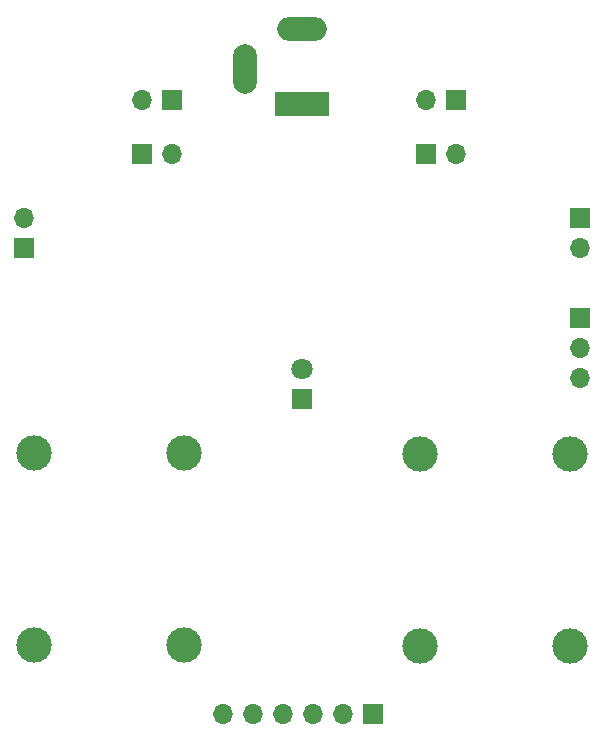
<source format=gbr>
%TF.GenerationSoftware,KiCad,Pcbnew,(6.0.7-1)-1*%
%TF.CreationDate,2022-09-17T19:20:12+02:00*%
%TF.ProjectId,overdrive,6f766572-6472-4697-9665-2e6b69636164,rev?*%
%TF.SameCoordinates,Original*%
%TF.FileFunction,Soldermask,Bot*%
%TF.FilePolarity,Negative*%
%FSLAX46Y46*%
G04 Gerber Fmt 4.6, Leading zero omitted, Abs format (unit mm)*
G04 Created by KiCad (PCBNEW (6.0.7-1)-1) date 2022-09-17 19:20:12*
%MOMM*%
%LPD*%
G01*
G04 APERTURE LIST*
%ADD10R,1.700000X1.700000*%
%ADD11O,1.700000X1.700000*%
%ADD12R,4.600000X2.000000*%
%ADD13O,4.200000X2.000000*%
%ADD14O,2.000000X4.200000*%
%ADD15C,3.000000*%
%ADD16R,1.800000X1.800000*%
%ADD17C,1.800000*%
G04 APERTURE END LIST*
D10*
%TO.C,J6*%
X91000000Y-64000000D03*
D11*
X88460000Y-64000000D03*
%TD*%
D12*
%TO.C,J2*%
X78000000Y-64300000D03*
D13*
X78000000Y-58000000D03*
D14*
X73200000Y-61400000D03*
%TD*%
D10*
%TO.C,J5*%
X67000000Y-64000000D03*
D11*
X64460000Y-64000000D03*
%TD*%
D10*
%TO.C,J3*%
X54500000Y-76540000D03*
D11*
X54500000Y-74000000D03*
%TD*%
D15*
%TO.C,J1*%
X55300000Y-110115000D03*
X55300000Y-93885000D03*
X68000000Y-110115000D03*
X68000000Y-93885000D03*
%TD*%
D10*
%TO.C,J11*%
X84000000Y-116000000D03*
D11*
X81460000Y-116000000D03*
X78920000Y-116000000D03*
X76380000Y-116000000D03*
X73840000Y-116000000D03*
X71300000Y-116000000D03*
%TD*%
D10*
%TO.C,J9*%
X101500000Y-82475000D03*
D11*
X101500000Y-85015000D03*
X101500000Y-87555000D03*
%TD*%
D10*
%TO.C,J7*%
X88460000Y-68580000D03*
D11*
X91000000Y-68580000D03*
%TD*%
D15*
%TO.C,J10*%
X100700000Y-94000000D03*
X100700000Y-110230000D03*
X88000000Y-94000000D03*
X88000000Y-110230000D03*
%TD*%
D10*
%TO.C,J8*%
X101500000Y-74000000D03*
D11*
X101500000Y-76540000D03*
%TD*%
D16*
%TO.C,D8*%
X78000000Y-89275000D03*
D17*
X78000000Y-86735000D03*
%TD*%
D10*
%TO.C,J4*%
X64460000Y-68580000D03*
D11*
X67000000Y-68580000D03*
%TD*%
M02*

</source>
